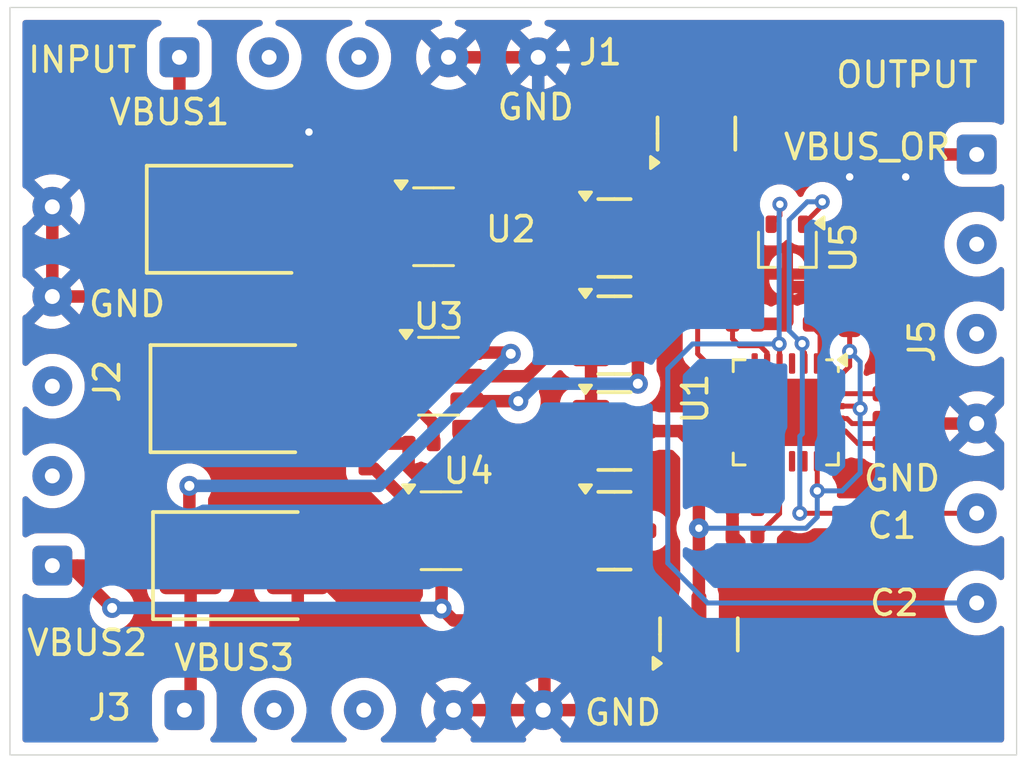
<source format=kicad_pcb>
(kicad_pcb (version 20241229) (generator "pcbnew") (generator_version "9.0")
  (layers (0 "F.Cu" signal) (2 "B.Cu" signal) (13 "F.Paste" user) (15 "B.Paste" user) (5 "F.SilkS" user "F.Silkscreen") (7 "B.SilkS" user "B.Silkscreen") (1 "F.Mask" user) (3 "B.Mask" user) (25 "Edge.Cuts" user))
  (net 0 "")
  (net 1 "Net-(U1-VREG_1V2)")
  (net 2 "Net-(U1-VREG_2V7)")
  (net 3 "CATH{slash}VBUS_OR")
  (net 4 "Net-(Q1-S)")
  (net 8 "Net-(Q2-S)")
  (net 9 "Net-(Q3-S)")
  (net 17 "I{slash}O1{slash}CC1")
  (net 24 "I{slash}O2{slash}CC2")
  (net 25 "Net-(U2-VCAP)")
  (net 26 "GND")
  (net 27 "Net-(U4-VCAP)")
  (net 28 "Net-(U3-VCAP)")
  (net 29 "Net-(U1-CC1DB)")
  (net 30 "Net-(U1-CC2DB)")
  (net 31 "Net-(U1-RESET)")
  (net 32 "Net-(U1-POWER_OK3)")
  (net 33 "Net-(U1-POWER_OK2)")
  (net 34 "Net-(U1-GPIO)")
  (net 35 "AN{slash}VBUS_1")
  (net 36 "CATH{slash}DRAIN_1")
  (net 37 "GATE_1")
  (net 38 "GATE_2")
  (net 39 "CATH{slash}DRAIN_2")
  (net 40 "CATH{slash}DRAIN_3")
  (net 41 "GATE_3")
  (net 42 "Net-(U2-EN)")
  (net 43 "Net-(U4-EN)")
  (net 44 "Net-(U3-EN)")
  (net 45 "AN{slash}VBUS_3")
  (net 46 "AN{slash}VBUS_2")
  (footprint "PCM_JLCPCB:R_0402" (layer "F.Cu") (at 133.6 77.1 180)
    (property "Reference" "R7" (hide yes))
    (property "Value" "10kΩ" (hide yes))
    (pad "1" smd roundrect (at -0.5 0 180) (size 0.56 0.62) (layers "F.Cu" "F.Mask" "F.Paste") (net 32 "Net-(U1-POWER_OK3)"))
    (pad "2" smd roundrect (at 0.5 0 180) (size 0.56 0.62) (layers "F.Cu" "F.Mask" "F.Paste") (net 26 "GND"))
  )
  (footprint "Package_TO_SOT_SMD:SOT-23-6" (layer "F.Cu") (at 121.1 65.8)
    (property "Reference" "U2" (at 3.1 0.1 0) (layer "F.SilkS"))
    (property "Value" "LM74700")
    (fp_line (start 0 -1.56) (end -0.8 -1.56) (stroke (width 0.12)) (layer "F.SilkS"))
    (fp_line (start 0 -1.56) (end 0.8 -1.56) (stroke (width 0.12)) (layer "F.SilkS"))
    (fp_line (start 0 1.56) (end -0.8 1.56) (stroke (width 0.12)) (layer "F.SilkS"))
    (fp_line (start 0 1.56) (end 0.8 1.56) (stroke (width 0.12)) (layer "F.SilkS"))
    (fp_poly (pts (xy -1.3 -1.51) (xy -1.54 -1.84) (xy -1.06 -1.84)) (stroke (width 0.12)) (fill yes) (layer "F.SilkS"))
    (pad "1" smd roundrect (at -1.1375 -0.95) (size 1.325 0.6) (layers "F.Cu" "F.Mask" "F.Paste") (net 25 "Net-(U2-VCAP)"))
    (pad "2" smd roundrect (at -1.1375 0) (size 1.325 0.6) (layers "F.Cu" "F.Mask" "F.Paste") (net 26 "GND"))
    (pad "3" smd roundrect (at -1.1375 0.95) (size 1.325 0.6) (layers "F.Cu" "F.Mask" "F.Paste") (net 42 "Net-(U2-EN)"))
    (pad "4" smd roundrect (at 1.1375 0.95) (size 1.325 0.6) (layers "F.Cu" "F.Mask" "F.Paste") (net 36 "CATH{slash}DRAIN_1"))
    (pad "5" smd roundrect (at 1.1375 0) (size 1.325 0.6) (layers "F.Cu" "F.Mask" "F.Paste") (net 37 "GATE_1"))
    (pad "6" smd roundrect (at 1.1375 -0.95) (size 1.325 0.6) (layers "F.Cu" "F.Mask" "F.Paste") (net 35 "AN{slash}VBUS_1"))
  )
  (footprint "PCM_JLCPCB:R_0402" (layer "F.Cu") (at 118.1 66.3 90)
    (property "Reference" "R1" (hide yes))
    (property "Value" "10kΩ" (hide yes))
    (pad "1" smd roundrect (at -0.5 0 90) (size 0.56 0.62) (layers "F.Cu" "F.Mask" "F.Paste") (net 42 "Net-(U2-EN)"))
    (pad "2" smd roundrect (at 0.5 0 90) (size 0.56 0.62) (layers "F.Cu" "F.Mask" "F.Paste") (net 26 "GND"))
  )
  (footprint "Connector_Wire:SolderWire-0.1sqmm_1x06_P3.6mm_D0.4mm_OD1mm" (layer "F.Cu") (at 142.9 62.9 -90)
    (property "Reference" "J5" (at 7.5 2.2 90) (layer "F.SilkS"))
    (property "Value" "Conn_01x06")
    (pad "1" thru_hole roundrect (at 0 0 270) (size 1.6 1.6) (drill 0.6) (layers "*.Cu" "*.Mask") (roundrect_rratio 0.15625) (net 3 "CATH{slash}VBUS_OR"))
    (pad "2" thru_hole circle (at 3.6 0 270) (size 1.6 1.6) (drill 0.6) (layers "*.Cu" "*.Mask"))
    (pad "3" thru_hole circle (at 7.2 0 270) (size 1.6 1.6) (drill 0.6) (layers "*.Cu" "*.Mask"))
    (pad "4" thru_hole circle (at 10.8 0 270) (size 1.6 1.6) (drill 0.6) (layers "*.Cu" "*.Mask") (net 26 "GND"))
    (pad "5" thru_hole circle (at 14.4 0 270) (size 1.6 1.6) (drill 0.6) (layers "*.Cu" "*.Mask") (net 17 "I{slash}O1{slash}CC1"))
    (pad "6" thru_hole circle (at 18 0 270) (size 1.6 1.6) (drill 0.6) (layers "*.Cu" "*.Mask") (net 24 "I{slash}O2{slash}CC2"))
  )
  (footprint "Package_TO_SOT_SMD:SOT-323_SC-70" (layer "F.Cu") (at 135.3 66.7 -90)
    (property "Reference" "U5" (at -0.05 -2.25 90) (layer "F.SilkS"))
    (property "Value" "TPD2E2U06DCK")
    (fp_line (start -0.68 1.16) (end 0.73 1.16) (stroke (width 0.12)) (layer "F.SilkS"))
    (fp_line (start 0.73 0.5) (end 0.73 1.16) (stroke (width 0.12)) (layer "F.SilkS"))
    (fp_line (start -0.68 -1.16) (end 0.73 -1.16) (stroke (width 0.12)) (layer "F.SilkS"))
    (fp_line (start 0.73 -1.16) (end 0.73 -0.5) (stroke (width 0.12)) (layer "F.SilkS"))
    (fp_poly (pts (xy -1.05 -1.14) (xy -1.29 -1.47) (xy -0.81 -1.47) (xy -1.05 -1.14)) (stroke (width 0.12)) (fill yes) (layer "F.SilkS"))
    (pad "1" smd roundrect (at -1 -0.65 180) (size 0.45 0.7) (layers "F.Cu" "F.Mask" "F.Paste") (net 17 "I{slash}O1{slash}CC1"))
    (pad "2" smd roundrect (at -1 0.65 180) (size 0.45 0.7) (layers "F.Cu" "F.Mask" "F.Paste") (net 24 "I{slash}O2{slash}CC2"))
    (pad "3" smd roundrect (at 1 0 180) (size 0.45 0.7) (layers "F.Cu" "F.Mask" "F.Paste") (net 26 "GND"))
  )
  (footprint "PCM_JLCPCB:R_0402" (layer "F.Cu") (at 133.6 78.2)
    (property "Reference" "R9" (hide yes))
    (property "Value" "10kΩ" (hide yes))
    (pad "1" smd roundrect (at -0.5 0) (size 0.56 0.62) (layers "F.Cu" "F.Mask" "F.Paste") (net 26 "GND"))
    (pad "2" smd roundrect (at 0.5 0) (size 0.56 0.62) (layers "F.Cu" "F.Mask" "F.Paste") (net 34 "Net-(U1-GPIO)"))
  )
  (footprint "PCM_JLCPCB:C_0805" (layer "F.Cu") (at 123.4 62.1)
    (property "Reference" "C6" (hide yes))
    (property "Value" "10uF")
    (pad "1" smd roundrect (at -0.95 0) (size 1 1.45) (layers "F.Cu" "F.Mask" "F.Paste") (net 35 "AN{slash}VBUS_1"))
    (pad "2" smd roundrect (at 0.95 0) (size 1 1.45) (layers "F.Cu" "F.Mask" "F.Paste") (net 26 "GND"))
  )
  (footprint "PCM_JLCPCB:R_0402" (layer "F.Cu") (at 131.7 68.5 90)
    (property "Reference" "R6" (hide yes))
    (property "Value" "10kΩ" (hide yes))
    (pad "1" smd roundrect (at -0.5 0 90) (size 0.56 0.62) (layers "F.Cu" "F.Mask" "F.Paste") (net 31 "Net-(U1-RESET)"))
    (pad "2" smd roundrect (at 0.5 0 90) (size 0.56 0.62) (layers "F.Cu" "F.Mask" "F.Paste") (net 3 "CATH{slash}VBUS_OR"))
  )
  (footprint "PCM_JLCPCB:Q_SOT-23" (layer "F.Cu") (at 128.36 66.25)
    (property "Reference" "Q1" (hide yes))
    (property "Value" "SI2301CDS-T1-GE3")
    (fp_line (start 0 -1.56) (end -0.65 -1.56) (stroke (width 0.15)) (layer "F.SilkS"))
    (fp_line (start 0 -1.56) (end 0.65 -1.56) (stroke (width 0.15)) (layer "F.SilkS"))
    (fp_line (start 0 1.56) (end -0.65 1.56) (stroke (width 0.15)) (layer "F.SilkS"))
    (fp_line (start 0 1.56) (end 0.65 1.56) (stroke (width 0.15)) (layer "F.SilkS"))
    (fp_poly (pts (xy -1.1625 -1.51) (xy -1.4025 -1.84) (xy -0.9225 -1.84) (xy -1.1625 -1.51)) (stroke (width 0.12)) (fill yes) (layer "F.SilkS"))
    (pad "1" smd roundrect (at -0.94 -0.95) (size 1.48 0.6) (layers "F.Cu" "F.Mask" "F.Paste") (net 37 "GATE_1"))
    (pad "2" smd roundrect (at -0.94 0.95) (size 1.48 0.6) (layers "F.Cu" "F.Mask" "F.Paste") (net 4 "Net-(Q1-S)"))
    (pad "3" smd roundrect (at 0.94 0) (size 1.48 0.6) (layers "F.Cu" "F.Mask" "F.Paste") (net 36 "CATH{slash}DRAIN_1"))
  )
  (footprint "PCM_JLCPCB:C_0603" (layer "F.Cu") (at 137.8 69 90)
    (property "Reference" "C10" (hide yes))
    (property "Value" "1uF")
    (pad "1" smd roundrect (at -0.78 0 90) (size 0.9 0.95) (layers "F.Cu" "F.Mask" "F.Paste") (net 3 "CATH{slash}VBUS_OR"))
    (pad "2" smd roundrect (at 0.78 0 90) (size 0.9 0.95) (layers "F.Cu" "F.Mask" "F.Paste") (net 26 "GND"))
  )
  (footprint "Connector_Wire:SolderWire-0.1sqmm_1x05_P3.6mm_D0.4mm_OD1mm" (layer "F.Cu") (at 105.8 79.4 90)
    (property "Reference" "J2" (at 7.4 2.2 90) (layer "F.SilkS"))
    (property "Value" "Conn_01x05")
    (pad "1" thru_hole roundrect (at 0 0 90) (size 1.6 1.6) (drill 0.6) (layers "*.Cu" "*.Mask") (roundrect_rratio 0.15625) (net 46 "AN{slash}VBUS_2"))
    (pad "2" thru_hole circle (at 3.6 0 90) (size 1.6 1.6) (drill 0.6) (layers "*.Cu" "*.Mask"))
    (pad "3" thru_hole circle (at 7.2 0 90) (size 1.6 1.6) (drill 0.6) (layers "*.Cu" "*.Mask"))
    (pad "4" thru_hole circle (at 10.8 0 90) (size 1.6 1.6) (drill 0.6) (layers "*.Cu" "*.Mask") (net 26 "GND"))
    (pad "5" thru_hole circle (at 14.4 0 90) (size 1.6 1.6) (drill 0.6) (layers "*.Cu" "*.Mask") (net 26 "GND"))
  )
  (footprint "PCM_JLCPCB:C_0805" (layer "F.Cu") (at 127.4 62.1 180)
    (property "Reference" "C9" (hide yes))
    (property "Value" "22uF")
    (pad "1" smd roundrect (at -0.95 0 180) (size 1 1.45) (layers "F.Cu" "F.Mask" "F.Paste") (net 3 "CATH{slash}VBUS_OR"))
    (pad "2" smd roundrect (at 0.95 0 180) (size 1 1.45) (layers "F.Cu" "F.Mask" "F.Paste") (net 26 "GND"))
  )
  (footprint "PCM_JLCPCB:D_SOT-23" (layer "F.Cu") (at 131.75 82.16 90)
    (property "Reference" "D2" (hide yes))
    (property "Value" "BAT54")
    (fp_line (start 0 -1.56) (end 0.65 -1.56) (stroke (width 0.15)) (layer "F.SilkS"))
    (fp_line (start 0 -1.56) (end -0.65 -1.56) (stroke (width 0.15)) (layer "F.SilkS"))
    (fp_line (start 0 1.56) (end 0.65 1.56) (stroke (width 0.15)) (layer "F.SilkS"))
    (fp_line (start 0 1.56) (end -0.65 1.56) (stroke (width 0.15)) (layer "F.SilkS"))
    (fp_poly (pts (xy -1.1625 -1.51) (xy -1.4025 -1.84) (xy -0.9225 -1.84) (xy -1.1625 -1.51)) (stroke (width 0.12)) (fill yes) (layer "F.SilkS"))
    (pad "1" smd roundrect (at -0.94 -0.95 90) (size 1.48 0.6) (layers "F.Cu" "F.Mask" "F.Paste") (net 8 "Net-(Q2-S)"))
    (pad "2" smd roundrect (at -0.94 0.95 90) (size 1.48 0.6) (layers "F.Cu" "F.Mask" "F.Paste"))
    (pad "3" smd roundrect (at 0.94 0 90) (size 1.48 0.6) (layers "F.Cu" "F.Mask" "F.Paste") (net 3 "CATH{slash}VBUS_OR"))
  )
  (footprint "PCM_JLCPCB:C_0402" (layer "F.Cu") (at 118.4 75 90)
    (property "Reference" "C2" (hide yes))
    (property "Value" "10nF")
    (pad "1" smd roundrect (at -0.5 0 90) (size 0.56 0.62) (layers "F.Cu" "F.Mask" "F.Paste") (net 27 "Net-(U4-VCAP)"))
    (pad "2" smd roundrect (at 0.5 0 90) (size 0.56 0.62) (layers "F.Cu" "F.Mask" "F.Paste") (net 26 "GND"))
  )
  (footprint "PCM_JLCPCB:D_SOT-23" (layer "F.Cu") (at 131.65 62.06 90)
    (property "Reference" "D1" (hide yes))
    (property "Value" "BAT54")
    (fp_line (start 0 -1.56) (end 0.65 -1.56) (stroke (width 0.15)) (layer "F.SilkS"))
    (fp_line (start 0 -1.56) (end -0.65 -1.56) (stroke (width 0.15)) (layer "F.SilkS"))
    (fp_line (start 0 1.56) (end 0.65 1.56) (stroke (width 0.15)) (layer "F.SilkS"))
    (fp_line (start 0 1.56) (end -0.65 1.56) (stroke (width 0.15)) (layer "F.SilkS"))
    (fp_poly (pts (xy -1.1625 -1.51) (xy -1.4025 -1.84) (xy -0.9225 -1.84) (xy -1.1625 -1.51)) (stroke (width 0.12)) (fill yes) (layer "F.SilkS"))
    (pad "1" smd roundrect (at -0.94 -0.95 90) (size 1.48 0.6) (layers "F.Cu" "F.Mask" "F.Paste") (net 4 "Net-(Q1-S)"))
    (pad "2" smd roundrect (at -0.94 0.95 90) (size 1.48 0.6) (layers "F.Cu" "F.Mask" "F.Paste"))
    (pad "3" smd roundrect (at 0.94 0 90) (size 1.48 0.6) (layers "F.Cu" "F.Mask" "F.Paste") (net 3 "CATH{slash}VBUS_OR"))
  )
  (footprint "PCM_JLCPCB:R_0402" (layer "F.Cu") (at 133.6 69.7 180)
    (property "Reference" "R5" (hide yes))
    (property "Value" "10kΩ" (hide yes))
    (pad "1" smd roundrect (at -0.5 0 180) (size 0.56 0.62) (layers "F.Cu" "F.Mask" "F.Paste") (net 26 "GND"))
    (pad "2" smd roundrect (at 0.5 0 180) (size 0.56 0.62) (layers "F.Cu" "F.Mask" "F.Paste") (net 30 "Net-(U1-CC2DB)"))
  )
  (footprint "PCM_JLCPCB:D_SOT-23" (layer "F.Cu") (at 128.36 74)
    (property "Reference" "D3" (hide yes))
    (property "Value" "BAT54")
    (fp_line (start 0 -1.56) (end -0.65 -1.56) (stroke (width 0.15)) (layer "F.SilkS"))
    (fp_line (start 0 -1.56) (end 0.65 -1.56) (stroke (width 0.15)) (layer "F.SilkS"))
    (fp_line (start 0 1.56) (end -0.65 1.56) (stroke (width 0.15)) (layer "F.SilkS"))
    (fp_line (start 0 1.56) (end 0.65 1.56) (stroke (width 0.15)) (layer "F.SilkS"))
    (fp_poly (pts (xy -1.1625 -1.51) (xy -1.4025 -1.84) (xy -0.9225 -1.84) (xy -1.1625 -1.51)) (stroke (width 0.12)) (fill yes) (layer "F.SilkS"))
    (pad "1" smd roundrect (at -0.94 -0.95) (size 1.48 0.6) (layers "F.Cu" "F.Mask" "F.Paste") (net 9 "Net-(Q3-S)"))
    (pad "2" smd roundrect (at -0.94 0.95) (size 1.48 0.6) (layers "F.Cu" "F.Mask" "F.Paste"))
    (pad "3" smd roundrect (at 0.94 0) (size 1.48 0.6) (layers "F.Cu" "F.Mask" "F.Paste") (net 3 "CATH{slash}VBUS_OR"))
  )
  (footprint "PCM_JLCPCB:R_0402" (layer "F.Cu") (at 139.5 74.5)
    (property "Reference" "R8" (hide yes))
    (property "Value" "10kΩ" (hide yes))
    (pad "1" smd roundrect (at -0.5 0) (size 0.56 0.62) (layers "F.Cu" "F.Mask" "F.Paste") (net 33 "Net-(U1-POWER_OK2)"))
    (pad "2" smd roundrect (at 0.5 0) (size 0.56 0.62) (layers "F.Cu" "F.Mask" "F.Paste") (net 26 "GND"))
  )
  (footprint "PCM_JLCPCB:D_SMB" (layer "F.Cu") (at 113.4 72.7)
    (property "Reference" "D5" (hide yes))
    (property "Value" "SMBJ5.0CA")
    (fp_line (start -3.66 -2.15) (end -3.66 2.15) (stroke (width 0.15)) (layer "F.SilkS"))
    (fp_line (start -3.66 -2.15) (end 2.15 -2.15) (stroke (width 0.15)) (layer "F.SilkS"))
    (fp_line (start -3.66 2.15) (end 2.15 2.15) (stroke (width 0.15)) (layer "F.SilkS"))
    (pad "1" smd roundrect (at -2.15 0) (size 2.5 2.3) (layers "F.Cu" "F.Mask" "F.Paste") (roundrect_rratio 0.1086956522) (net 46 "AN{slash}VBUS_2"))
    (pad "2" smd roundrect (at 2.15 0) (size 2.5 2.3) (layers "F.Cu" "F.Mask" "F.Paste") (roundrect_rratio 0.1086956522) (net 26 "GND"))
  )
  (footprint "PCM_JLCPCB:D_SMB" (layer "F.Cu") (at 113.5 79.4)
    (property "Reference" "D6" (hide yes))
    (property "Value" "SMBJ5.0CA")
    (fp_line (start -3.66 -2.15) (end -3.66 2.15) (stroke (width 0.15)) (layer "F.SilkS"))
    (fp_line (start -3.66 -2.15) (end 2.15 -2.15) (stroke (width 0.15)) (layer "F.SilkS"))
    (fp_line (start -3.66 2.15) (end 2.15 2.15) (stroke (width 0.15)) (layer "F.SilkS"))
    (pad "1" smd roundrect (at -2.15 0) (size 2.5 2.3) (layers "F.Cu" "F.Mask" "F.Paste") (roundrect_rratio 0.1086956522) (net 45 "AN{slash}VBUS_3"))
    (pad "2" smd roundrect (at 2.15 0) (size 2.5 2.3) (layers "F.Cu" "F.Mask" "F.Paste") (roundrect_rratio 0.1086956522) (net 26 "GND"))
  )
  (footprint "PCM_JLCPCB:C_0805" (layer "F.Cu") (at 124.4 68.8)
    (property "Reference" "C8" (hide yes))
    (property "Value" "10uF")
    (pad "1" smd roundrect (at -0.95 0) (size 1 1.45) (layers "F.Cu" "F.Mask" "F.Paste") (net 45 "AN{slash}VBUS_3"))
    (pad "2" smd roundrect (at 0.95 0) (size 1 1.45) (layers "F.Cu" "F.Mask" "F.Paste") (net 26 "GND"))
  )
  (footprint "Package_TO_SOT_SMD:SOT-23-6" (layer "F.Cu") (at 121.4 78)
    (property "Reference" "U4" (at 1.1 -2.4 0) (layer "F.SilkS"))
    (property "Value" "LM74700")
    (fp_line (start 0 -1.56) (end -0.8 -1.56) (stroke (width 0.12)) (layer "F.SilkS"))
    (fp_line (start 0 -1.56) (end 0.8 -1.56) (stroke (width 0.12)) (layer "F.SilkS"))
    (fp_line (start 0 1.56) (end -0.8 1.56) (stroke (width 0.12)) (layer "F.SilkS"))
    (fp_line (start 0 1.56) (end 0.8 1.56) (stroke (width 0.12)) (layer "F.SilkS"))
    (fp_poly (pts (xy -1.3 -1.51) (xy -1.54 -1.84) (xy -1.06 -1.84)) (stroke (width 0.12)) (fill yes) (layer "F.SilkS"))
    (pad "1" smd roundrect (at -1.1375 -0.95) (size 1.325 0.6) (layers "F.Cu" "F.Mask" "F.Paste") (net 27 "Net-(U4-VCAP)"))
    (pad "2" smd roundrect (at -1.1375 0) (size 1.325 0.6) (layers "F.Cu" "F.Mask" "F.Paste") (net 26 "GND"))
    (pad "3" smd roundrect (at -1.1375 0.95) (size 1.325 0.6) (layers "F.Cu" "F.Mask" "F.Paste") (net 43 "Net-(U4-EN)"))
    (pad "4" smd roundrect (at 1.1375 0.95) (size 1.325 0.6) (layers "F.Cu" "F.Mask" "F.Paste") (net 39 "CATH{slash}DRAIN_2"))
    (pad "5" smd roundrect (at 1.1375 0) (size 1.325 0.6) (layers "F.Cu" "F.Mask" "F.Paste") (net 38 "GATE_2"))
    (pad "6" smd roundrect (at 1.1375 -0.95) (size 1.325 0.6) (layers "F.Cu" "F.Mask" "F.Paste") (net 46 "AN{slash}VBUS_2"))
  )
  (footprint "PCM_JLCPCB:C_0402" (layer "F.Cu") (at 120.1 62.7)
    (property "Reference" "C1" (hide yes))
    (property "Value" "10nF")
    (pad "1" smd roundrect (at -0.5 0) (size 0.56 0.62) (layers "F.Cu" "F.Mask" "F.Paste") (net 25 "Net-(U2-VCAP)"))
    (pad "2" smd roundrect (at 0.5 0) (size 0.56 0.62) (layers "F.Cu" "F.Mask" "F.Paste") (net 26 "GND"))
  )
  (footprint "PCM_JLCPCB:C_0402" (layer "F.Cu") (at 139.5 73.5 180)
    (property "Reference" "C4" (hide yes))
    (property "Value" "1uF")
    (pad "1" smd roundrect (at -0.5 0 180) (size 0.56 0.62) (layers "F.Cu" "F.Mask" "F.Paste") (net 26 "GND"))
    (pad "2" smd roundrect (at 0.5 0 180) (size 0.56 0.62) (layers "F.Cu" "F.Mask" "F.Paste") (net 1 "Net-(U1-VREG_1V2)"))
  )
  (footprint "PCM_JLCPCB:C_0402" (layer "F.Cu") (at 139.5 72.5 180)
    (property "Reference" "C5" (hide yes))
    (property "Value" "1uF")
    (pad "1" smd roundrect (at -0.5 0 180) (size 0.56 0.62) (layers "F.Cu" "F.Mask" "F.Paste") (net 26 "GND"))
    (pad "2" smd roundrect (at 0.5 0 180) (size 0.56 0.62) (layers "F.Cu" "F.Mask" "F.Paste") (net 2 "Net-(U1-VREG_2V7)"))
  )
  (footprint "Package_DFN_QFN:QFN-24-1EP_4x4mm_P0.5mm_EP2.7x2.7mm" (layer "F.Cu") (at 135.2375 73.25 -90)
    (property "Reference" "U1" (at -0.55 3.6375 90) (layer "F.SilkS"))
    (property "Value" "STUSB4500QTR")
    (fp_line (start -2.11 2.11) (end -2.11 1.635) (stroke (width 0.12)) (layer "F.SilkS"))
    (fp_line (start -1.635 2.11) (end -2.11 2.11) (stroke (width 0.12)) (layer "F.SilkS"))
    (fp_line (start 1.635 2.11) (end 2.11 2.11) (stroke (width 0.12)) (layer "F.SilkS"))
    (fp_line (start 2.11 2.11) (end 2.11 1.635) (stroke (width 0.12)) (layer "F.SilkS"))
    (fp_line (start -2.11 -1.635) (end -2.11 -1.87) (stroke (width 0.12)) (layer "F.SilkS"))
    (fp_line (start -1.635 -2.11) (end -1.81 -2.11) (stroke (width 0.12)) (layer "F.SilkS"))
    (fp_line (start 1.635 -2.11) (end 2.11 -2.11) (stroke (width 0.12)) (layer "F.SilkS"))
    (fp_line (start 2.11 -2.11) (end 2.11 -1.635) (stroke (width 0.12)) (layer "F.SilkS"))
    (fp_poly (pts (xy -2.11 -2.11) (xy -2.35 -2.44) (xy -1.87 -2.44)) (stroke (width 0.12)) (fill yes) (layer "F.SilkS"))
    (pad "1" smd roundrect (at -1.9625 -1.25 270) (size 0.825 0.25) (layers "F.Cu" "F.Mask" "F.Paste") (net 29 "Net-(U1-CC1DB)"))
    (pad "2" smd roundrect (at -1.9625 -0.75 270) (size 0.825 0.25) (layers "F.Cu" "F.Mask" "F.Paste") (net 17 "I{slash}O1{slash}CC1"))
    (pad "3" smd roundrect (at -1.9625 -0.25 270) (size 0.825 0.25) (layers "F.Cu" "F.Mask" "F.Paste"))
    (pad "4" smd roundrect (at -1.9625 0.25 270) (size 0.825 0.25) (layers "F.Cu" "F.Mask" "F.Paste") (net 24 "I{slash}O2{slash}CC2"))
    (pad "5" smd roundrect (at -1.9625 0.75 270) (size 0.825 0.25) (layers "F.Cu" "F.Mask" "F.Paste") (net 30 "Net-(U1-CC2DB)"))
    (pad "6" smd roundrect (at -1.9625 1.25 270) (size 0.825 0.25) (layers "F.Cu" "F.Mask" "F.Paste") (net 31 "Net-(U1-RESET)"))
    (pad "7" smd roundrect (at -1.25 1.9625 270) (size 0.25 0.825) (layers "F.Cu" "F.Mask" "F.Paste"))
    (pad "8" smd roundrect (at -0.75 1.9625 270) (size 0.25 0.825) (layers "F.Cu" "F.Mask" "F.Paste"))
    (pad "9" smd roundrect (at -0.25 1.9625 270) (size 0.25 0.825) (layers "F.Cu" "F.Mask" "F.Paste"))
    (pad "10" smd roundrect (at 0.25 1.9625 270) (size 0.25 0.825) (layers "F.Cu" "F.Mask" "F.Paste") (net 26 "GND"))
    (pad "11" smd roundrect (at 0.75 1.9625 270) (size 0.25 0.825) (layers "F.Cu" "F.Mask" "F.Paste"))
    (pad "12" smd roundrect (at 1.25 1.9625 270) (size 0.25 0.825) (layers "F.Cu" "F.Mask" "F.Paste") (net 26 "GND"))
    (pad "13" smd roundrect (at 1.9625 1.25 270) (size 0.825 0.25) (layers "F.Cu" "F.Mask" "F.Paste") (net 26 "GND"))
    (pad "14" smd roundrect (at 1.9625 0.75 270) (size 0.825 0.25) (layers "F.Cu" "F.Mask" "F.Paste") (net 32 "Net-(U1-POWER_OK3)"))
    (pad "15" smd roundrect (at 1.9625 0.25 270) (size 0.825 0.25) (layers "F.Cu" "F.Mask" "F.Paste") (net 34 "Net-(U1-GPIO)"))
    (pad "16" smd roundrect (at 1.9625 -0.25 270) (size 0.825 0.25) (layers "F.Cu" "F.Mask" "F.Paste"))
    (pad "17" smd roundrect (at 1.9625 -0.75 270) (size 0.825 0.25) (layers "F.Cu" "F.Mask" "F.Paste"))
    (pad "18" smd roundrect (at 1.9625 -1.25 270) (size 0.825 0.25) (layers "F.Cu" "F.Mask" "F.Paste") (net 3 "CATH{slash}VBUS_OR"))
    (pad "19" smd roundrect (at 1.25 -1.9625 270) (size 0.25 0.825) (layers "F.Cu" "F.Mask" "F.Paste"))
    (pad "20" smd roundrect (at 0.75 -1.9625 270) (size 0.25 0.825) (layers "F.Cu" "F.Mask" "F.Paste") (net 33 "Net-(U1-POWER_OK2)"))
    (pad "21" smd roundrect (at 0.25 -1.9625 270) (size 0.25 0.825) (layers "F.Cu" "F.Mask" "F.Paste") (net 1 "Net-(U1-VREG_1V2)"))
    (pad "22" smd roundrect (at -0.25 -1.9625 270) (size 0.25 0.825) (layers "F.Cu" "F.Mask" "F.Paste") (net 3 "CATH{slash}VBUS_OR"))
    (pad "23" smd roundrect (at -0.75 -1.9625 270) (size 0.25 0.825) (layers "F.Cu" "F.Mask" "F.Paste") (net 2 "Net-(U1-VREG_2V7)"))
    (pad "24" smd roundrect (at -1.25 -1.9625 270) (size 0.25 0.825) (layers "F.Cu" "F.Mask" "F.Paste") (net 3 "CATH{slash}VBUS_OR"))
    (pad "25" smd rect (at 0 0 270) (size 2.7 2.7) (property pad_prop_heatsink) (layers "F.Cu" "F.Mask") (net 26 "GND"))
  )
  (footprint "PCM_JLCPCB:C_0402" (layer "F.Cu") (at 118.1 69.1 90)
    (property "Reference" "C3" (hide yes))
    (property "Value" "10nF")
    (pad "1" smd roundrect (at -0.5 0 90) (size 0.56 0.62) (layers "F.Cu" "F.Mask" "F.Paste") (net 28 "Net-(U3-VCAP)"))
    (pad "2" smd roundrect (at 0.5 0 90) (size 0.56 0.62) (layers "F.Cu" "F.Mask" "F.Paste") (net 26 "GND"))
  )
  (footprint "Connector_Wire:SolderWire-0.1sqmm_1x05_P3.6mm_D0.4mm_OD1mm" (layer "F.Cu") (at 111.1 85.2)
    (property "Reference" "J3" (at -3 -0.1 0) (layer "F.SilkS"))
    (property "Value" "Conn_01x05")
    (pad "1" thru_hole roundrect (at 0 0) (size 1.6 1.6) (drill 0.6) (layers "*.Cu" "*.Mask") (roundrect_rratio 0.15625) (net 45 "AN{slash}VBUS_3"))
    (pad "2" thru_hole circle (at 3.6 0) (size 1.6 1.6) (drill 0.6) (layers "*.Cu" "*.Mask"))
    (pad "3" thru_hole circle (at 7.2 0) (size 1.6 1.6) (drill 0.6) (layers "*.Cu" "*.Mask"))
    (pad "4" thru_hole circle (at 10.8 0) (size 1.6 1.6) (drill 0.6) (layers "*.Cu" "*.Mask") (net 26 "GND"))
    (pad "5" thru_hole circle (at 14.4 0) (size 1.6 1.6) (drill 0.6) (layers "*.Cu" "*.Mask") (net 26 "GND"))
  )
  (footprint "PCM_JLCPCB:R_0402" (layer "F.Cu") (at 120.6 74.5 180)
    (property "Reference" "R3" (hide yes))
    (property "Value" "10kΩ" (hide yes))
    (pad "1" smd roundrect (at -0.5 0 180) (size 0.56 0.62) (layers "F.Cu" "F.Mask" "F.Paste") (net 44 "Net-(U3-EN)"))
    (pad "2" smd roundrect (at 0.5 0 180) (size 0.56 0.62) (layers "F.Cu" "F.Mask" "F.Paste") (net 26 "GND"))
  )
  (footprint "PCM_JLCPCB:R_0402" (layer "F.Cu") (at 118.4 78.5 90)
    (property "Reference" "R2" (hide yes))
    (property "Value" "10kΩ" (hide yes))
    (pad "1" smd roundrect (at -0.5 0 90) (size 0.56 0.62) (layers "F.Cu" "F.Mask" "F.Paste") (net 43 "Net-(U4-EN)"))
    (pad "2" smd roundrect (at 0.5 0 90) (size 0.56 0.62) (layers "F.Cu" "F.Mask" "F.Paste") (net 26 "GND"))
  )
  (footprint "PCM_JLCPCB:Q_SOT-23" (layer "F.Cu") (at 128.36 70.15)
    (property "Reference" "Q3" (hide yes))
    (property "Value" "SI2301CDS-T1-GE3")
    (fp_line (start 0 -1.56) (end -0.65 -1.56) (stroke (width 0.15)) (layer "F.SilkS"))
    (fp_line (start 0 -1.56) (end 0.65 -1.56) (stroke (width 0.15)) (layer "F.SilkS"))
    (fp_line (start 0 1.56) (end -0.65 1.56) (stroke (width 0.15)) (layer "F.SilkS"))
    (fp_line (start 0 1.56) (end 0.65 1.56) (stroke (width 0.15)) (layer "F.SilkS"))
    (fp_poly (pts (xy -1.1625 -1.51) (xy -1.4025 -1.84) (xy -0.9225 -1.84) (xy -1.1625 -1.51)) (stroke (width 0.12)) (fill yes) (layer "F.SilkS"))
    (pad "1" smd roundrect (at -0.94 -0.95) (size 1.48 0.6) (layers "F.Cu" "F.Mask" "F.Paste") (net 41 "GATE_3"))
    (pad "2" smd roundrect (at -0.94 0.95) (size 1.48 0.6) (layers "F.Cu" "F.Mask" "F.Paste") (net 9 "Net-(Q3-S)"))
    (pad "3" smd roundrect (at 0.94 0) (size 1.48 0.6) (layers "F.Cu" "F.Mask" "F.Paste") (net 40 "CATH{slash}DRAIN_3"))
  )
  (footprint "PCM_JLCPCB:Q_SOT-23" (layer "F.Cu") (at 128.36 78)
    (property "Reference" "Q2" (hide yes))
    (property "Value" "SI2301CDS-T1-GE3")
    (fp_line (start 0 -1.56) (end -0.65 -1.56) (stroke (width 0.15)) (layer "F.SilkS"))
    (fp_line (start 0 -1.56) (end 0.65 -1.56) (stroke (width 0.15)) (layer "F.SilkS"))
    (fp_line (start 0 1.56) (end -0.65 1.56) (stroke (width 0.15)) (layer "F.SilkS"))
    (fp_line (start 0 1.56) (end 0.65 1.56) (stroke (width 0.15)) (layer "F.SilkS"))
    (fp_poly (pts (xy -1.1625 -1.51) (xy -1.4025 -1.84) (xy -0.9225 -1.84) (xy -1.1625 -1.51)) (stroke (width 0.12)) (fill yes) (layer "F.SilkS"))
    (pad "1" smd roundrect (at -0.94 -0.95) (size 1.48 0.6) (layers "F.Cu" "F.Mask" "F.Paste") (net 38 "GATE_2"))
    (pad "2" smd roundrect (at -0.94 0.95) (size 1.48 0.6) (layers "F.Cu" "F.Mask" "F.Paste") (net 8 "Net-(Q2-S)"))
    (pad "3" smd roundrect (at 0.94 0) (size 1.48 0.6) (layers "F.Cu" "F.Mask" "F.Paste") (net 39 "CATH{slash}DRAIN_2"))
  )
  (footprint "PCM_JLCPCB:D_SMB" (layer "F.Cu") (at 113.25 65.5)
    (property "Reference" "D4" (hide yes))
    (property "Value" "SMBJ5.0CA")
    (fp_line (start -3.66 -2.15) (end -3.66 2.15) (stroke (width 0.15)) (layer "F.SilkS"))
    (fp_line (start -3.66 -2.15) (end 2.15 -2.15) (stroke (width 0.15)) (layer "F.SilkS"))
    (fp_line (start -3.66 2.15) (end 2.15 2.15) (stroke (width 0.15)) (layer "F.SilkS"))
    (pad "1" smd roundrect (at -2.15 0) (size 2.5 2.3) (layers "F.Cu" "F.Mask" "F.Paste") (roundrect_rratio 0.1086956522) (net 35 "AN{slash}VBUS_1"))
    (pad "2" smd roundrect (at 2.15 0) (size 2.5 2.3) (layers "F.Cu" "F.Mask" "F.Paste") (roundrect_rratio 0.1086956522) (net 26 "GND"))
  )
  (footprint "Connector_Wire:SolderWire-0.1sqmm_1x05_P3.6mm_D0.4mm_OD1mm" (layer "F.Cu") (at 110.9 59)
    (property "Reference" "J1" (at 16.9 -0.2 0) (layer "F.SilkS"))
    (property "Value" "Conn_01x05")
    (pad "1" thru_hole roundrect (at 0 0) (size 1.6 1.6) (drill 0.6) (layers "*.Cu" "*.Mask") (roundrect_rratio 0.15625) (net 35 "AN{slash}VBUS_1"))
    (pad "2" thru_hole circle (at 3.6 0) (size 1.6 1.6) (drill 0.6) (layers "*.Cu" "*.Mask"))
    (pad "3" thru_hole circle (at 7.2 0) (size 1.6 1.6) (drill 0.6) (layers "*.Cu" "*.Mask"))
    (pad "4" thru_hole circle (at 10.8 0) (size 1.6 1.6) (drill 0.6) (layers "*.Cu" "*.Mask") (net 26 "GND"))
    (pad "5" thru_hole circle (at 14.4 0) (size 1.6 1.6) (drill 0.6) (layers "*.Cu" "*.Mask") (net 26 "GND"))
  )
  (footprint "PCM_JLCPCB:R_0402" (layer "F.Cu") (at 135.7 69.7)
    (property "Reference" "R4" (hide yes))
    (property "Value" "10kΩ" (hide yes))
    (pad "1" smd roundrect (at -0.5 0) (size 0.56 0.62) (layers "F.Cu" "F.Mask" "F.Paste") (net 26 "GND"))
    (pad "2" smd roundrect (at 0.5 0) (size 0.56 0.62) (layers "F.Cu" "F.Mask" "F.Paste") (net 29 "Net-(U1-CC1DB)"))
  )
  (footprint "Package_TO_SOT_SMD:SOT-23-6" (layer "F.Cu") (at 121.3 71.8)
    (property "Reference" "U3" (at 0 -2.4 0) (layer "F.SilkS"))
    (property "Value" "LM74700")
    (fp_line (start 0 -1.56) (end -0.8 -1.56) (stroke (width 0.12)) (layer "F.SilkS"))
    (fp_line (start 0 -1.56) (end 0.8 -1.56) (stroke (width 0.12)) (layer "F.SilkS"))
    (fp_line (start 0 1.56) (end -0.8 1.56) (stroke (width 0.12)) (layer "F.SilkS"))
    (fp_line (start 0 1.56) (end 0.8 1.56) (stroke (width 0.12)) (layer "F.SilkS"))
    (fp_poly (pts (xy -1.3 -1.51) (xy -1.54 -1.84) (xy -1.06 -1.84)) (stroke (width 0.12)) (fill yes) (layer "F.SilkS"))
    (pad "1" smd roundrect (at -1.1375 -0.95) (size 1.325 0.6) (layers "F.Cu" "F.Mask" "F.Paste") (net 28 "Net-(U3-VCAP)"))
    (pad "2" smd roundrect (at -1.1375 0) (size 1.325 0.6) (layers "F.Cu" "F.Mask" "F.Paste") (net 26 "GND"))
    (pad "3" smd roundrect (at -1.1375 0.95) (size 1.325 0.6) (layers "F.Cu" "F.Mask" "F.Paste") (net 44 "Net-(U3-EN)"))
    (pad "4" smd roundrect (at 1.1375 0.95) (size 1.325 0.6) (layers "F.Cu" "F.Mask" "F.Paste") (net 40 "CATH{slash}DRAIN_3"))
    (pad "5" smd roundrect (at 1.1375 0) (size 1.325 0.6) (layers "F.Cu" "F.Mask" "F.Paste") (net 41 "GATE_3"))
    (pad "6" smd roundrect (at 1.1375 -0.95) (size 1.325 0.6) (layers "F.Cu" "F.Mask" "F.Paste") (net 45 "AN{slash}VBUS_3"))
  )
  (footprint "PCM_JLCPCB:C_0805" (layer "F.Cu") (at 124.6 81.6)
    (property "Reference" "C7" (hide yes))
    (property "Value" "10uF")
    (pad "1" smd roundrect (at -0.95 0) (size 1 1.45) (layers "F.Cu" "F.Mask" "F.Paste") (net 46 "AN{slash}VBUS_2"))
    (pad "2" smd roundrect (at 0.95 0) (size 1 1.45) (layers "F.Cu" "F.Mask" "F.Paste") (net 26 "GND"))
  )
  (gr_rect (start 104.1 57) (end 144.5 87) (stroke (width 0.05)) (fill no) (layer "Edge.Cuts"))
  (gr_text "VBUS_OR" (at 138.5 62.6 0) (layer "F.SilkS") (effects (font (size 1 1))))
  (gr_text "GND" (at 108.8 68.9 0) (layer "F.SilkS") (effects (font (size 1 1))))
  (gr_text "VBUS1" (at 110.5 61.2 0) (layer "F.SilkS") (effects (font (size 1 1))))
  (gr_text "INPUT" (at 107 59.1 0) (layer "F.SilkS") (effects (font (size 1 1))))
  (gr_text "GND" (at 139.9 75.9 0) (layer "F.SilkS") (effects (font (size 1 1))))
  (gr_text "OUTPUT" (at 140.1 59.7 0) (layer "F.SilkS") (effects (font (size 1 1))))
  (gr_text "VBUS3" (at 113.1 83.1 0) (layer "F.SilkS") (effects (font (size 1 1))))
  (gr_text "VBUS2" (at 107.2 82.5 0) (layer "F.SilkS") (effects (font (size 1 1))))
  (gr_text "C2" (at 139.6 80.9 0) (layer "F.SilkS") (effects (font (size 1 1))))
  (gr_text "GND" (at 125.2 61 0) (layer "F.SilkS") (effects (font (size 1 1))))
  (gr_text "C1" (at 139.5 77.8 0) (layer "F.SilkS") (effects (font (size 1 1))))
  (gr_text "GND" (at 128.7 85.3 0) (layer "F.SilkS") (effects (font (size 1 1))))
  (segment (start 137.695398 73.5) (end 137.895398 73.7) (width 0.2) (layer "F.Cu") (net 1))
  (segment (start 137.2 73.5) (end 137.695398 73.5) (width 0.2) (layer "F.Cu") (net 1))
  (segment (start 138.8 73.7) (end 139 73.5) (width 0.2) (layer "F.Cu") (net 1))
  (segment (start 137.895398 73.7) (end 138.8 73.7) (width 0.2) (layer "F.Cu") (net 1))
  (segment (start 137.2 72.5) (end 139 72.5) (width 0.2) (layer "F.Cu") (net 2))
  (segment (start 137.2 72) (end 137.8 71.4) (width 0.2) (layer "F.Cu") (net 3))
  (segment (start 139.1 63.1) (end 139.3 62.9) (width 0.5) (layer "F.Cu") (net 3))
  (segment (start 129.33 61.12) (end 128.35 62.1) (width 0.5) (layer "F.Cu") (net 3))
  (segment (start 131.75 77.9) (end 131.75 74.75) (width 0.5) (layer "F.Cu") (net 3))
  (segment (start 142.9 62.9) (end 139.3 62.9) (width 0.5) (layer "F.Cu") (net 3))
  (segment (start 133.7 66) (end 133.7 62.9) (width 0.5) (layer "F.Cu") (net 3))
  (segment (start 139.1 68.48) (end 139.1 63.1) (width 0.5) (layer "F.Cu") (net 3))
  (segment (start 131.75 81.22) (end 131.75 77.9) (width 0.5) (layer "F.Cu") (net 3))
  (segment (start 136.5 76.4) (end 136.5 75.225) (width 0.2) (layer "F.Cu") (net 3))
  (segment (start 133.7 62.9) (end 133.7 61.12) (width 0.5) (layer "F.Cu") (net 3))
  (segment (start 131.7 68) (end 133.7 66) (width 0.5) (layer "F.Cu") (net 3))
  (segment (start 137.8 70.8) (end 137.8 69.78) (width 0.2) (layer "F.Cu") (net 3))
  (segment (start 131 74) (end 129.3 74) (width 0.5) (layer "F.Cu") (net 3))
  (segment (start 137.8 69.78) (end 139.1 68.48) (width 0.5) (layer "F.Cu") (net 3))
  (segment (start 137.2 73) (end 138.122266 73) (width 0.2) (layer "F.Cu") (net 3))
  (segment (start 138.122266 73) (end 138.222266 73.1) (width 0.2) (layer "F.Cu") (net 3))
  (segment (start 139.3 62.9) (end 133.7 62.9) (width 0.5) (layer "F.Cu") (net 3))
  (segment (start 137.8 71.4) (end 137.8 70.8) (width 0.2) (layer "F.Cu") (net 3))
  (segment (start 133.7 61.12) (end 131.65 61.12) (width 0.5) (layer "F.Cu") (net 3))
  (segment (start 136.5 75.225) (end 136.4875 75.2125) (width 0.2) (layer "F.Cu") (net 3))
  (segment (start 131.75 74.75) (end 131 74) (width 0.5) (layer "F.Cu") (net 3))
  (segment (start 131.65 61.12) (end 129.33 61.12) (width 0.5) (layer "F.Cu") (net 3))
  (via (at 136.5 76.4) (size 0.6) (drill 0.3) (layers "F.Cu" "B.Cu") (net 3))
  (via (at 138.222266 73.1) (size 0.6) (drill 0.3) (layers "F.Cu" "B.Cu") (net 3))
  (via (at 131.75 77.9) (size 0.8) (drill 0.3) (layers "F.Cu" "B.Cu") (net 3))
  (via (at 137.8 70.8) (size 0.6) (drill 0.3) (layers "F.Cu" "B.Cu") (net 3))
  (segment (start 138.222266 75.677734) (end 137.5 76.4) (width 0.2) (layer "B.Cu") (net 3))
  (segment (start 137.5 76.4) (end 136.5 76.4) (width 0.2) (layer "B.Cu") (net 3))
  (segment (start 136.049943 77.9) (end 131.75 77.9) (width 0.2) (layer "B.Cu") (net 3))
  (segment (start 136.5 77.449943) (end 136.049943 77.9) (width 0.2) (layer "B.Cu") (net 3))
  (segment (start 138.222266 73.1) (end 138.222266 75.677734) (width 0.2) (layer "B.Cu") (net 3))
  (segment (start 138.222266 73.1) (end 138.222266 71.222266) (width 0.2) (layer "B.Cu") (net 3))
  (segment (start 138.222266 71.222266) (end 137.8 70.8) (width 0.2) (layer "B.Cu") (net 3))
  (segment (start 136.5 76.4) (end 136.5 77.449943) (width 0.2) (layer "B.Cu") (net 3))
  (segment (start 130.7 63) (end 130.7 66.4441) (width 0.5) (layer "F.Cu") (net 4))
  (segment (start 129.9441 67.2) (end 127.42 67.2) (width 0.5) (layer "F.Cu") (net 4))
  (segment (start 130.7 66.4441) (end 129.9441 67.2) (width 0.5) (layer "F.Cu") (net 4))
  (segment (start 127.4 80.4) (end 127.42 80.38) (width 0.5) (layer "F.Cu") (net 8))
  (segment (start 129 83.1) (end 127.4 81.5) (width 0.5) (layer "F.Cu") (net 8))
  (segment (start 127.42 80.38) (end 127.42 78.95) (width 0.5) (layer "F.Cu") (net 8))
  (segment (start 127.4 81.5) (end 127.4 80.4) (width 0.5) (layer "F.Cu") (net 8))
  (segment (start 130.8 83.1) (end 129 83.1) (width 0.5) (layer "F.Cu") (net 8))
  (segment (start 127.42 71.1) (end 127.42 73.05) (width 0.5) (layer "F.Cu") (net 9))
  (segment (start 135.8 77.3) (end 142.9 77.3) (width 0.2) (layer "F.Cu") (net 17))
  (segment (start 135.9875 70.859202) (end 135.9875 71.2875) (width 0.2) (layer "F.Cu") (net 17))
  (segment (start 136.7 64.95) (end 135.95 65.7) (width 0.2) (layer "F.Cu") (net 17))
  (segment (start 135.890014 70.761716) (end 135.9875 70.859202) (width 0.2) (layer "F.Cu") (net 17))
  (segment (start 135.890014 70.488704) (end 135.890014 70.761716) (width 0.2) (layer "F.Cu") (net 17))
  (segment (start 136.7 64.8) (end 136.7 64.95) (width 0.2) (layer "F.Cu") (net 17))
  (via (at 135.890014 70.488704) (size 0.6) (drill 0.3) (layers "F.Cu" "B.Cu") (net 17))
  (via (at 135.8 77.3) (size 0.6) (drill 0.3) (layers "F.Cu" "B.Cu") (net 17))
  (via (at 136.7 64.8) (size 0.6) (drill 0.3) (layers "F.Cu" "B.Cu") (net 17))
  (segment (start 135.878718 70.478718) (end 135.372327 69.972327) (width 0.2) (layer "B.Cu") (net 17))
  (segment (start 136.1 64.8) (end 136.7 64.8) (width 0.2) (layer "B.Cu") (net 17))
  (segment (start 135.372327 69.972327) (end 135.372327 65.527673) (width 0.2) (layer "B.Cu") (net 17))
  (segment (start 135.372327 65.527673) (end 136.1 64.8) (width 0.2) (layer "B.Cu") (net 17))
  (segment (start 135.890014 70.488704) (end 135.9 70.49869) (width 0.2) (layer "B.Cu") (net 17))
  (segment (start 135.9 74.109676) (end 135.8 74.209676) (width 0.2) (layer "B.Cu") (net 17))
  (segment (start 135.8 74.209676) (end 135.8 77.3) (width 0.2) (layer "B.Cu") (net 17))
  (segment (start 135.9 70.478718) (end 135.878718 70.478718) (width 0.2) (layer "B.Cu") (net 17))
  (segment (start 135.890014 70.488704) (end 135.9 70.478718) (width 0.2) (layer "B.Cu") (net 17))
  (segment (start 135.9 70.49869) (end 135.9 74.109676) (width 0.2) (layer "B.Cu") (net 17))
  (segment (start 134.9875 70.520533) (end 134.971327 70.50436) (width 0.2) (layer "F.Cu") (net 24))
  (segment (start 134.9875 71.2875) (end 134.9875 70.520533) (width 0.2) (layer "F.Cu") (net 24))
  (segment (start 135 64.9) (end 135 65.35) (width 0.2) (layer "F.Cu") (net 24))
  (segment (start 135 65.35) (end 134.65 65.7) (width 0.2) (layer "F.Cu") (net 24))
  (via (at 134.971327 70.50436) (size 0.6) (drill 0.3) (layers "F.Cu" "B.Cu") (net 24))
  (via (at 135 64.9) (size 0.6) (drill 0.3) (layers "F.Cu" "B.Cu") (net 24))
  (segment (start 134.971327 70.50436) (end 134.971327 64.928673) (width 0.2) (layer "B.Cu") (net 24))
  (segment (start 130.5 79.3) (end 130.5 71.5) (width 0.2) (layer "B.Cu") (net 24))
  (segment (start 132.1 80.9) (end 130.5 79.3) (width 0.2) (layer "B.Cu") (net 24))
  (segment (start 134.971327 64.928673) (end 135 64.9) (width 0.2) (layer "B.Cu") (net 24))
  (segment (start 142.9 80.9) (end 132.1 80.9) (width 0.2) (layer "B.Cu") (net 24))
  (segment (start 131.49564 70.50436) (end 134.971327 70.50436) (width 0.2) (layer "B.Cu") (net 24))
  (segment (start 130.5 71.5) (end 131.49564 70.50436) (width 0.2) (layer "B.Cu") (net 24))
  (segment (start 119.9625 64.85) (end 119.6 64.4875) (width 0.5) (layer "F.Cu") (net 25))
  (segment (start 119.6 64.4875) (end 119.6 62.7) (width 0.5) (layer "F.Cu") (net 25))
  (segment (start 133.1 75.3) (end 133.1 77.1) (width 0.2) (layer "F.Cu") (net 26))
  (segment (start 133.275 74.5) (end 133.5875 74.8125) (width 0.2) (layer "F.Cu") (net 26))
  (segment (start 133.275 73.5) (end 134.9875 73.5) (width 0.2) (layer "F.Cu") (net 26))
  (segment (start 115.55 69.65) (end 115.55 72.7) (width 0.5) (layer "F.Cu") (net 26))
  (segment (start 133.3 85.2) (end 125.5 85.2) (width 0.5) (layer "F.Cu") (net 26))
  (segment (start 133.369 78.618682) (end 133.711318 78.961) (width 0.5) (layer "F.Cu") (net 26))
  (segment (start 120.1625 71.8) (end 116.45 71.8) (width 0.5) (layer "F.Cu") (net 26))
  (segment (start 133.369 78.469) (end 133.369 78.618682) (width 0.5) (layer "F.Cu") (net 26))
  (segment (start 118.1 65.8) (end 115.7 65.8) (width 0.5) (layer "F.Cu") (net 26))
  (segment (start 115.7 65.8) (end 115.4 65.5) (width 0.5) (layer "F.Cu") (net 26))
  (segment (start 115.4 62.7) (end 116.1 62) (width 0.5) (layer "F.Cu") (net 26))
  (segment (start 117.05 78) (end 117.05 74.2) (width 0.5) (layer "F.Cu") (net 26))
  (segment (start 105.8 68.6) (end 118.1 68.6) (width 0.5) (layer "F.Cu") (net 26))
  (segment (start 126.45 62.1) (end 125.4 62.1) (width 0.5) (layer "F.Cu") (net 26))
  (segment (start 121.9 85.2) (end 125.5 85.2) (width 0.5) (layer "F.Cu") (net 26))
  (segment (start 134.1 79.2) (end 134.1 84.4) (width 0.5) (layer "F.Cu") (net 26))
  (segment (start 125.55 85.15) (end 125.5 85.2) (width 0.5) (layer "F.Cu") (net 26))
  (segment (start 133.1 77.1) (end 133.1 78.2) (width 0.5) (layer "F.Cu") (net 26))
  (segment (start 105.8 65) (end 105.8 68.6) (width 0.5) (layer "F.Cu") (net 26))
  (segment (start 125.35 68.8) (end 124.174 67.624) (width 0.5) (layer "F.Cu") (net 26))
  (segment (start 115.4 69.5) (end 115.55 69.65) (width 0.5) (layer "F.Cu") (net 26))
  (segment (start 140.2 73.7) (end 140 73.9) (width 0.5) (layer "F.Cu") (net 26))
  (segment (start 133.9875 75.2125) (end 133.9875 74.5) (width 0.2) (layer "F.Cu") (net 26))
  (segment (start 120.1 74.5) (end 118.4 74.5) (width 0.5) (layer "F.Cu") (net 26))
  (segment (start 133.5875 74.8125) (end 133.9875 75.2125) (width 0.2) (layer "F.Cu") (net 26))
  (segment (start 133.1 78.2) (end 133.369 78.469) (width 0.5) (layer "F.Cu") (net 26))
  (segment (start 118.4 74.5) (end 117.35 74.5) (width 0.5) (layer "F.Cu") (net 26))
  (segment (start 140 63.85) (end 140.05 63.8) (width 0.5) (layer "F.Cu") (net 26))
  (segment (start 133.9875 74.5) (end 135.2375 73.25) (width 0.2) (layer "F.Cu") (net 26))
  (segment (start 117.05 78) (end 115.65 79.4) (width 0.5) (layer "F.Cu") (net 26))
  (segment (start 125.4 62.1) (end 124.35 62.1) (width 0.5) (layer "F.Cu") (net 26))
  (segment (start 135.3 69.6) (end 135.2 69.7) (width 0.5) (layer "F.Cu") (net 26))
  (segment (start 121.7 59) (end 125.3 59) (width 0.5) (layer "F.Cu") (net 26))
  (segment (start 121.076 63.176) (end 121.076 65.348999) (width 0.5) (layer "F.Cu") (net 26))
  (segment (start 120.624999 65.8) (end 119.9625 65.8) (width 0.5) (layer "F.Cu") (net 26))
  (segment (start 125.3 59) (end 125.3 62) (width 0.5) (layer "F.Cu") (net 26))
  (segment (start 134.1 84.4) (end 133.3 85.2) (width 0.5) (layer "F.Cu") (net 26))
  (segment (start 116.45 71.8) (end 115.55 72.7) (width 0.5) (layer "F.Cu") (net 26))
  (segment (start 140 72.5) (end 140 73.9) (width 0.5) (layer "F.Cu") (net 26))
  (segment (start 124.174 67.624) (end 119.076 67.624) (width 0.5) (layer "F.Cu") (net 26))
  (segment (start 118.1 68.6) (end 115.4 68.6) (width 0.5) (layer "F.Cu") (net 26))
  (segment (start 125.3 62) (end 125.4 62.1) (width 0.5) (layer "F.Cu") (net 26))
  (segment (start 115.4 68.6) (end 115.4 69.5) (width 0.5) (layer "F.Cu") (net 26))
  (segment (start 117.35 74.5) (end 116.875 74.025) (width 0.5) (layer "F.Cu") (net 26))
  (segment (start 133.275 74.5) (end 133.9875 74.5) (width 0.2) (layer "F.Cu") (net 26))
  (segment (start 142.9 73.7) (end 140.2 73.7) (width 0.5) (layer "F.Cu") (net 26))
  (segment (start 125.55 81.6) (end 125.55 85.15) (width 0.5) (layer "F.Cu") (net 26))
  (segment (start 134.9875 73.5) (end 135.2375 73.25) (width 0.2) (layer "F.Cu") (net 26))
  (segment (start 115.4 65.5) (end 115.4 62.7) (width 0.5) (layer "F.Cu") (net 26))
  (segment (start 121.9 85.2) (end 116.1 79.4) (width 0.5) (layer "F.Cu") (net 26))
  (segment (start 135.3 67.7) (end 135.3 68.2) (width 0.5) (layer "F.Cu") (net 26))
  (segment (start 116.1 79.4) (end 115.65 79.4) (width 0.5) (layer "F.Cu") (net 26))
  (segment (start 120.6 62.7) (end 121.076 63.176) (width 0.5) (layer "F.Cu") (net 26))
  (segment (start 118.4 78) (end 117.05 78) (width 0.5) (layer "F.Cu") (net 26))
  (segment (start 120.2625 78) (end 118.4 78) (width 0.5) (layer "F.Cu") (net 26))
  (segment (start 121.076 65.348999) (end 120.624999 65.8) (width 0.5) (layer "F.Cu") (net 26))
  (segment (start 135.3 68.2) (end 135.3 69.6) (width 0.5) (layer "F.Cu") (net 26))
  (segment (start 119.076 67.624) (end 118.1 68.6) (width 0.5) (layer "F.Cu") (net 26))
  (segment (start 133.5875 74.8125) (end 133.1 75.3) (width 0.2) (layer "F.Cu") (net 26))
  (segment (start 135.32 68.22) (end 135.3 68.2) (width 0.5) (layer "F.Cu") (net 26))
  (segment (start 117.05 74.2) (end 116.875 74.025) (width 0.5) (layer "F.Cu") (net 26))
  (segment (start 134.1 69.7) (end 135.2 69.7) (width 0.5) (layer "F.Cu") (net 26))
  (segment (start 137.8 68.22) (end 137.8 63.8) (width 0.5) (layer "F.Cu") (net 26))
  (segment (start 140 72.5) (end 140 63.85) (width 0.5) (layer "F.Cu") (net 26))
  (segment (start 133.711318 78.961) (end 133.861 78.961) (width 0.5) (layer "F.Cu") (net 26))
  (segment (start 133.861 78.961) (end 134.1 79.2) (width 0.5) (layer "F.Cu") (net 26))
  (segment (start 119.9625 65.8) (end 118.1 65.8) (width 0.5) (layer "F.Cu") (net 26))
  (segment (start 137.8 68.22) (end 135.32 68.22) (width 0.5) (layer "F.Cu") (net 26))
  (segment (start 115.4 68.6) (end 115.4 65.5) (width 0.5) (layer "F.Cu") (net 26))
  (segment (start 116.875 74.025) (end 115.55 72.7) (width 0.5) (layer "F.Cu") (net 26))
  (segment (start 140 73.9) (end 140 74.5) (width 0.5) (layer "F.Cu") (net 26))
  (via (at 116.1 62) (size 0.8) (drill 0.3) (layers "F.Cu" "B.Cu") (net 26))
  (via (at 137.8 63.8) (size 0.8) (drill 0.3) (layers "F.Cu" "B.Cu") (net 26))
  (via (at 140.05 63.8) (size 0.8) (drill 0.3) (layers "F.Cu" "B.Cu") (net 26))
  (segment (start 116.1 62) (end 123.8 62) (width 0.5) (layer "B.Cu") (net 26))
  (segment (start 125.3 60.5) (end 125.3 59) (width 0.5) (layer "B.Cu") (net 26))
  (segment (start 136.4 59) (end 125.3 59) (width 0.5) (layer "B.Cu") (net 26))
  (segment (start 123.8 62) (end 125.3 60.5) (width 0.5) (layer "B.Cu") (net 26))
  (segment (start 140.05 63.8) (end 137.8 63.8) (width 0.5) (layer "B.Cu") (net 26))
  (segment (start 137.8 63.8) (end 137.8 60.4) (width 0.5) (layer "B.Cu") (net 26))
  (segment (start 137.8 60.4) (end 136.4 59) (width 0.5) (layer "B.Cu") (net 26))
  (segment (start 118.4 75.5) (end 118.7125 75.5) (width 0.5) (layer "F.Cu") (net 27))
  (segment (start 118.7125 75.5) (end 120.2625 77.05) (width 0.5) (layer "F.Cu") (net 27))
  (segment (start 118.9125 69.6) (end 120.1625 70.85) (width 0.5) (layer "F.Cu") (net 28))
  (segment (start 118.1 69.6) (end 118.9125 69.6) (width 0.5) (layer "F.Cu") (net 28))
  (segment (start 136.612499 70.112499) (end 136.612499 71.162501) (width 0.2) (layer "F.Cu") (net 29))
  (segment (start 136.612499 71.162501) (end 136.4875 71.2875) (width 0.2) (layer "F.Cu") (net 29))
  (segment (start 136.2 69.7) (end 136.612499 70.112499) (width 0.2) (layer "F.Cu") (net 29))
  (segment (start 133.1 70.3) (end 133.374 70.574) (width 0.2) (layer "F.Cu") (net 30))
  (segment (start 134.202298 70.574) (end 134.4875 70.859202) (width 0.2) (layer "F.Cu") (net 30))
  (segment (start 133.1 69.7) (end 133.1 70.3) (width 0.2) (layer "F.Cu") (net 30))
  (segment (start 133.374 70.574) (end 134.202298 70.574) (width 0.2) (layer "F.Cu") (net 30))
  (segment (start 134.4875 70.859202) (end 134.4875 71.2875) (width 0.2) (layer "F.Cu") (net 30))
  (segment (start 132.0875 71.2875) (end 131.7 70.9) (width 0.2) (layer "F.Cu") (net 31))
  (segment (start 131.7 70.9) (end 131.7 69) (width 0.2) (layer "F.Cu") (net 31))
  (segment (start 133.9875 71.2875) (end 132.0875 71.2875) (width 0.2) (layer "F.Cu") (net 31))
  (segment (start 134.4875 76.7125) (end 134.1 77.1) (width 0.2) (layer "F.Cu") (net 32))
  (segment (start 134.4875 75.2125) (end 134.4875 76.7125) (width 0.2) (layer "F.Cu") (net 32))
  (segment (start 137.628298 74) (end 138.128298 74.5) (width 0.2) (layer "F.Cu") (net 33))
  (segment (start 137.2 74) (end 137.628298 74) (width 0.2) (layer "F.Cu") (net 33))
  (segment (start 138.128298 74.5) (end 139 74.5) (width 0.2) (layer "F.Cu") (net 33))
  (segment (start 134.9875 75.2125) (end 134.9875 77.3125) (width 0.2) (layer "F.Cu") (net 34))
  (segment (start 134.9875 77.3125) (end 134.1 78.2) (width 0.2) (layer "F.Cu") (net 34))
  (segment (start 122.45 64.6375) (end 122.2375 64.85) (width 0.5) (layer "F.Cu") (net 35))
  (segment (start 110.9 61.1) (end 110.9 65.3) (width 0.5) (layer "F.Cu") (net 35))
  (segment (start 122.45 62.1) (end 122.45 64.6375) (width 0.5) (layer "F.Cu") (net 35))
  (segment (start 122.45 62.1) (end 121.45 61.1) (width 0.5) (layer "F.Cu") (net 35))
  (segment (start 110.9 59) (end 110.9 61.1) (width 0.5) (layer "F.Cu") (net 35))
  (segment (start 121.45 61.1) (end 110.9 61.1) (width 0.5) (layer "F.Cu") (net 35))
  (segment (start 110.9 65.3) (end 111.1 65.5) (width 0.5) (layer "F.Cu") (net 35))
  (segment (start 126.55 66.25) (end 129.3 66.25) (width 0.5) (layer "F.Cu") (net 36))
  (segment (start 126.05 66.75) (end 126.55 66.25) (width 0.5) (layer "F.Cu") (net 36))
  (segment (start 122.2375 66.75) (end 126.05 66.75) (width 0.5) (layer "F.Cu") (net 36))
  (segment (start 125.2 65.3) (end 124.7 65.8) (width 0.5) (layer "F.Cu") (net 37))
  (segment (start 127.42 65.3) (end 125.2 65.3) (width 0.5) (layer "F.Cu") (net 37))
  (segment (start 124.7 65.8) (end 122.2375 65.8) (width 0.5) (layer "F.Cu") (net 37))
  (segment (start 125.604318 78.004318) (end 125.6 78) (width 0.5) (layer "F.Cu") (net 38))
  (segment (start 127.42 77.05) (end 126.558636 77.05) (width 0.5) (layer "F.Cu") (net 38))
  (segment (start 125.6 78) (end 122.5375 78) (width 0.5) (layer "F.Cu") (net 38))
  (segment (start 126.558636 77.05) (end 125.604318 78.004318) (width 0.5) (layer "F.Cu") (net 38))
  (segment (start 129.3 78) (end 126.6 78) (width 0.5) (layer "F.Cu") (net 39))
  (segment (start 125.55 78.95) (end 122.5375 78.95) (width 0.5) (layer "F.Cu") (net 39))
  (segment (start 125.6 79) (end 125.55 78.95) (width 0.5) (layer "F.Cu") (net 39))
  (segment (start 126.6 78) (end 125.6 79) (width 0.5) (layer "F.Cu") (net 39))
  (segment (start 129.3 70.15) (end 129.3 72.1) (width 0.5) (layer "F.Cu") (net 40))
  (segment (start 122.4875 72.8) (end 122.4375 72.75) (width 0.5) (layer "F.Cu") (net 40))
  (segment (start 124.5 72.8) (end 122.4875 72.8) (width 0.5) (layer "F.Cu") (net 40))
  (via (at 124.5 72.8) (size 0.8) (drill 0.4) (layers "F.Cu" "B.Cu") (net 40))
  (via (at 129.3 72.1) (size 0.8) (drill 0.4) (layers "F.Cu" "B.Cu") (net 40))
  (segment (start 125.2 72.1) (end 124.5 72.8) (width 0.5) (layer "B.Cu") (net 40))
  (segment (start 129.3 72.1) (end 125.2 72.1) (width 0.5) (layer "B.Cu") (net 40))
  (segment (start 124.82 71.8) (end 122.4375 71.8) (width 0.5) (layer "F.Cu") (net 41))
  (segment (start 127.42 69.2) (end 124.82 71.8) (width 0.5) (layer "F.Cu") (net 41))
  (segment (start 118.15 66.75) (end 118.1 66.8) (width 0.5) (layer "F.Cu") (net 42))
  (segment (start 119.9625 66.75) (end 118.15 66.75) (width 0.5) (layer "F.Cu") (net 42))
  (segment (start 118.4 79) (end 120.2125 79) (width 0.5) (layer "F.Cu") (net 43))
  (segment (start 120.2125 79) (end 120.2625 78.95) (width 0.5) (layer "F.Cu") (net 43))
  (segment (start 121.1 74.5) (end 121.1 73.6875) (width 0.5) (layer "F.Cu") (net 44))
  (segment (start 121.1 73.6875) (end 120.1625 72.75) (width 0.5) (layer "F.Cu") (net 44))
  (segment (start 111.35 79.4) (end 111.35 84.95) (width 0.5) (layer "F.Cu") (net 45))
  (segment (start 111.3 79.35) (end 111.35 79.4) (width 0.5) (layer "F.Cu") (net 45))
  (segment (start 122.4375 70.85) (end 122.4375 69.8125) (width 0.5) (layer "F.Cu") (net 45))
  (segment (start 122.4375 70.85) (end 124.15 70.85) (width 0.5) (layer "F.Cu") (net 45))
  (segment (start 124.15 70.85) (end 124.2 70.9) (width 0.5) (layer "F.Cu") (net 45))
  (segment (start 111.3 76.2) (end 111.3 79.35) (width 0.5) (layer "F.Cu") (net 45))
  (segment (start 111.35 84.95) (end 111.1 85.2) (width 0.5) (layer "F.Cu") (net 45))
  (segment (start 122.4375 69.8125) (end 123.45 68.8) (width 0.5) (layer "F.Cu") (net 45))
  (via (at 124.2 70.9) (size 0.8) (drill 0.4) (layers "F.Cu" "B.Cu") (net 45))
  (via (at 111.3 76.2) (size 0.8) (drill 0.4) (layers "F.Cu" "B.Cu") (net 45))
  (segment (start 124.2 70.9) (end 118.9 76.2) (width 0.5) (layer "B.Cu") (net 45))
  (segment (start 118.9 76.2) (end 111.3 76.2) (width 0.5) (layer "B.Cu") (net 45))
  (segment (start 108.5 78.3) (end 108.5 73.4) (width 0.5) (layer "F.Cu") (net 46))
  (segment (start 106.8 79.7) (end 108.2 81.1) (width 0.5) (layer "F.Cu") (net 46))
  (segment (start 109.2 72.7) (end 111.25 72.7) (width 0.5) (layer "F.Cu") (net 46))
  (segment (start 121.9 81.6) (end 123.65 81.6) (width 0.5) (layer "F.Cu") (net 46))
  (segment (start 108.5 73.4) (end 109.2 72.7) (width 0.5) (layer "F.Cu") (net 46))
  (segment (start 121.875001 77.05) (end 121.424 77.501001) (width 0.5) (layer "F.Cu") (net 46))
  (segment (start 122.5375 77.05) (end 121.875001 77.05) (width 0.5) (layer "F.Cu") (net 46))
  (segment (start 107.4 79.4) (end 108.5 78.3) (width 0.5) (layer "F.Cu") (net 46))
  (segment (start 121.424 81.124) (end 121.9 81.6) (width 0.5) (layer "F.Cu") (net 46))
  (segment (start 121.424 77.501001) (end 121.424 81.124) (width 0.5) (layer "F.Cu") (net 46))
  (segment (start 105.8 79.4) (end 106.8 79.4) (width 0.5) (layer "F.Cu") (net 46))
  (segment (start 106.8 79.4) (end 106.8 79.7) (width 0.5) (layer "F.Cu") (net 46))
  (segment (start 106.8 79.4) (end 107.4 79.4) (width 0.5) (layer "F.Cu") (net 46))
  (via (at 121.424 81.124) (size 0.8) (drill 0.4) (layers "F.Cu" "B.Cu") (net 46))
  (via (at 108.2 81.1) (size 0.8) (drill 0.4) (layers "F.Cu" "B.Cu") (net 46))
  (segment (start 121.4 81.1) (end 121.424 81.124) (width 0.5) (layer "B.Cu") (net 46))
  (segment (start 108.2 81.1) (end 121.4 81.1) (width 0.5) (layer "B.Cu") (net 46))
  (zone (net 26) (net_name "GND") (layers "F.Cu" "B.Cu") (connect_pads (clearance 0.5)) (min_thickness 0.25) (fill yes (thermal_gap 0.5) (thermal_bridge_width 0.5) (island_removal_mode 1) (island_area_min 10))
    (polygon (pts (xy 103.7 56.7) (xy 144.8 56.8) (xy 144.8 87.3) (xy 103.7 87.3)))
  )
)
</source>
